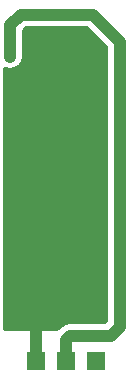
<source format=gbl>
%FSLAX46Y46*%
G04 Gerber Fmt 4.6, Leading zero omitted, Abs format (unit mm)*
G04 Created by KiCad (PCBNEW (2014-10-31 BZR 5243)-product) date Di 25 Nov 2014 02:27:44 CET*
%MOMM*%
G01*
G04 APERTURE LIST*
%ADD10C,0.100000*%
%ADD11R,1.500000X1.500000*%
%ADD12C,0.889000*%
%ADD13C,1.000000*%
%ADD14C,0.330200*%
G04 APERTURE END LIST*
D10*
D11*
X153162000Y-139446000D03*
X158242000Y-139446000D03*
X155702000Y-139446000D03*
D12*
X152019000Y-123063000D03*
X151511000Y-132715000D03*
X152908000Y-132588000D03*
X151003000Y-113665000D03*
X155702000Y-137668000D03*
D13*
X153162000Y-132842000D02*
X152908000Y-132588000D01*
X153162000Y-139446000D02*
X153162000Y-132842000D01*
X151003000Y-110998000D02*
X151003000Y-113665000D01*
X151892000Y-110109000D02*
X151003000Y-110998000D01*
X157988000Y-110109000D02*
X151892000Y-110109000D01*
X160274000Y-112395000D02*
X157988000Y-110109000D01*
X160274000Y-136525000D02*
X160274000Y-112395000D01*
X159512000Y-137287000D02*
X160274000Y-136525000D01*
X156083000Y-137287000D02*
X159512000Y-137287000D01*
X155702000Y-137668000D02*
X156083000Y-137287000D01*
X155702000Y-139446000D02*
X155702000Y-137668000D01*
D14*
G36*
X159126300Y-136049607D02*
X159036607Y-136139300D01*
X156083000Y-136139300D01*
X155643794Y-136226663D01*
X155271453Y-136475454D01*
X155006007Y-136740900D01*
X150572700Y-136740900D01*
X150572700Y-114727108D01*
X151003000Y-114812700D01*
X151442206Y-114725337D01*
X151814546Y-114476546D01*
X152063337Y-114104206D01*
X152150700Y-113665000D01*
X152150700Y-111473392D01*
X152367392Y-111256700D01*
X157512607Y-111256700D01*
X159126300Y-112870392D01*
X159126300Y-136049607D01*
X159126300Y-136049607D01*
G37*
X159126300Y-136049607D02*
X159036607Y-136139300D01*
X156083000Y-136139300D01*
X155643794Y-136226663D01*
X155271453Y-136475454D01*
X155006007Y-136740900D01*
X150572700Y-136740900D01*
X150572700Y-114727108D01*
X151003000Y-114812700D01*
X151442206Y-114725337D01*
X151814546Y-114476546D01*
X152063337Y-114104206D01*
X152150700Y-113665000D01*
X152150700Y-111473392D01*
X152367392Y-111256700D01*
X157512607Y-111256700D01*
X159126300Y-112870392D01*
X159126300Y-136049607D01*
M02*

</source>
